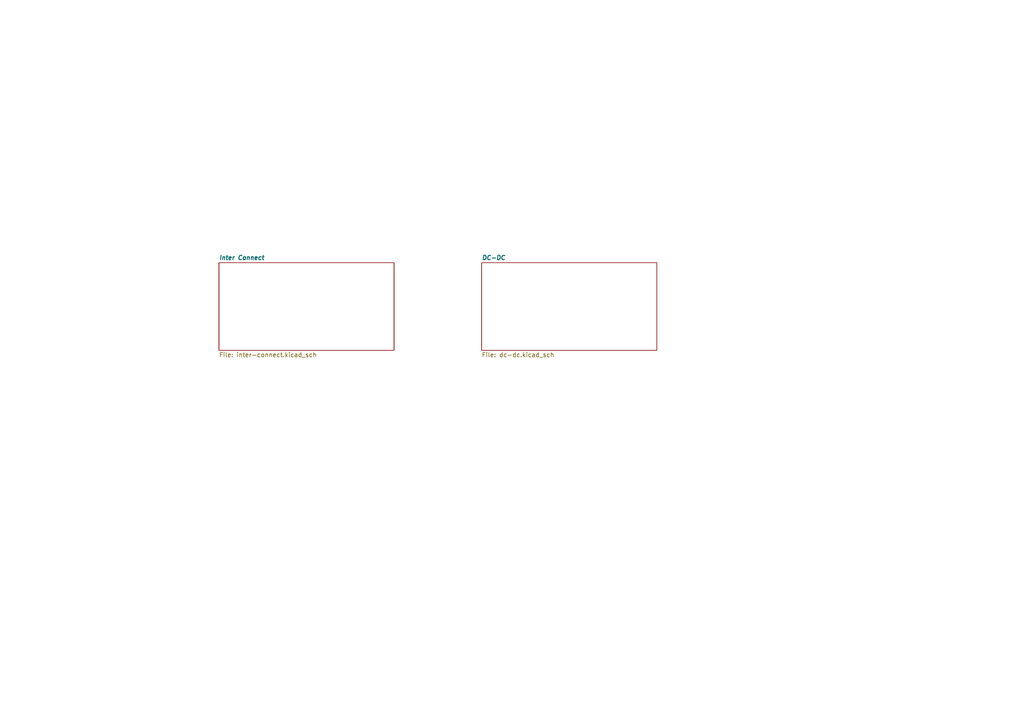
<source format=kicad_sch>
(kicad_sch (version 20211123) (generator eeschema)
  (paper "A4")
  (title_block (title "Raspberry Pi extension") (date "2024-09-19") (rev "A1") (company "EmDev"))
  (lib_symbols)
  (sheet (at 139.7 76.2) (size 50.8 25.4) (stroke (width 0.1524))
    (property "Sheet name" "DC-DC" (at 139.7 75.4884 0) (effects (font bold italic) (justify left bottom)))
    (property "Sheet file" "dc-dc.kicad_sch" (at 139.7 102.1846 0) (effects (justify left top)))
  )
  (sheet (at 63.5 76.2) (size 50.8 25.4) (stroke (width 0.1524))
    (property "Sheet name" "Inter Connect" (at 63.5 75.4884 0) (effects (font bold italic) (justify left bottom)))
    (property "Sheet file" "inter-connect.kicad_sch" (at 63.5 102.1846 0) (effects (justify left top)))
  )
)
</source>
